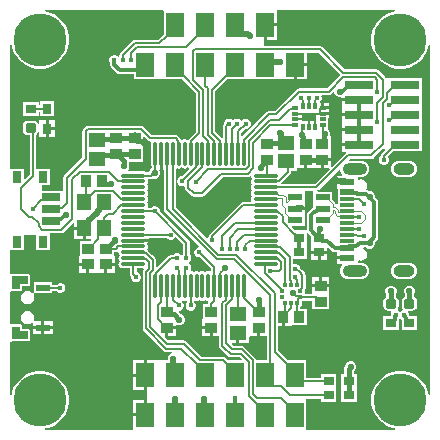
<source format=gtl>
G04*
G04 #@! TF.GenerationSoftware,Altium Limited,Altium Designer,25.6.2 (33)*
G04*
G04 Layer_Physical_Order=1*
G04 Layer_Color=255*
%FSLAX44Y44*%
%MOMM*%
G71*
G04*
G04 #@! TF.SameCoordinates,86BBD976-67B5-41F1-AD37-A89888A357BC*
G04*
G04*
G04 #@! TF.FilePolarity,Positive*
G04*
G01*
G75*
%ADD10C,0.1000*%
%ADD15C,0.1500*%
%ADD19R,2.4000X0.7600*%
%ADD20R,0.6000X0.3000*%
%ADD21R,0.3000X0.6000*%
%ADD22R,1.5000X2.0000*%
%ADD23R,1.0000X0.9000*%
%ADD24R,0.9000X0.8000*%
G04:AMPARAMS|DCode=25|XSize=0.38mm|YSize=0.35mm|CornerRadius=0.0158mm|HoleSize=0mm|Usage=FLASHONLY|Rotation=270.000|XOffset=0mm|YOffset=0mm|HoleType=Round|Shape=RoundedRectangle|*
%AMROUNDEDRECTD25*
21,1,0.3800,0.3185,0,0,270.0*
21,1,0.3485,0.3500,0,0,270.0*
1,1,0.0315,-0.1593,-0.1743*
1,1,0.0315,-0.1593,0.1743*
1,1,0.0315,0.1593,0.1743*
1,1,0.0315,0.1593,-0.1743*
%
%ADD25ROUNDEDRECTD25*%
%ADD26R,1.2000X0.6000*%
%ADD27R,1.4000X1.3000*%
%ADD28R,0.9000X1.0000*%
%ADD29O,0.3000X2.1000*%
%ADD30O,2.1000X0.3000*%
%ADD31R,1.2000X1.4000*%
%ADD32R,0.8000X0.9000*%
%ADD33R,1.2000X0.6000*%
%ADD34R,1.5000X0.7000*%
G04:AMPARAMS|DCode=35|XSize=0.8mm|YSize=0.9mm|CornerRadius=0.2mm|HoleSize=0mm|Usage=FLASHONLY|Rotation=270.000|XOffset=0mm|YOffset=0mm|HoleType=Round|Shape=RoundedRectangle|*
%AMROUNDEDRECTD35*
21,1,0.8000,0.5000,0,0,270.0*
21,1,0.4000,0.9000,0,0,270.0*
1,1,0.4000,-0.2500,-0.2000*
1,1,0.4000,-0.2500,0.2000*
1,1,0.4000,0.2500,0.2000*
1,1,0.4000,0.2500,-0.2000*
%
%ADD35ROUNDEDRECTD35*%
%ADD36R,0.9000X0.8000*%
%ADD37R,0.8000X1.0000*%
%ADD62R,1.2400X0.6000*%
%ADD63R,1.2400X0.3000*%
%ADD64C,0.4500*%
%ADD65C,0.5000*%
%ADD66C,0.3000*%
%ADD67C,0.3500*%
%ADD68C,0.4000*%
%ADD69C,0.0900*%
%ADD70R,1.3000X0.8000*%
%ADD71O,2.1000X1.0000*%
%ADD72O,1.8000X1.0000*%
%ADD73C,4.5000*%
%ADD74C,0.5500*%
%ADD75C,0.4500*%
G36*
X294900Y464497D02*
Y444865D01*
X289839Y439804D01*
X270000D01*
X268927Y439590D01*
X268017Y438983D01*
X258017Y428983D01*
X257410Y428073D01*
X257196Y427000D01*
Y426207D01*
X256500Y425510D01*
X255407Y426603D01*
X253845Y427250D01*
X252155D01*
X250593Y426603D01*
X249397Y425407D01*
X248750Y423845D01*
Y422155D01*
X249397Y420593D01*
X249431Y420558D01*
Y419000D01*
X249703Y417634D01*
X250477Y416477D01*
X255234Y411719D01*
X256392Y410946D01*
X257757Y410674D01*
X269500D01*
Y406462D01*
X310475D01*
X322022Y394915D01*
Y362308D01*
X315805Y356091D01*
X315197Y355181D01*
X314379Y355454D01*
X313866Y355797D01*
X312500Y356068D01*
X311134Y355797D01*
X310693Y355502D01*
X309804Y355360D01*
X309196Y356269D01*
X306733Y358732D01*
X305823Y359340D01*
X304750Y359554D01*
X284550D01*
X278122Y365983D01*
X277212Y366590D01*
X277191Y366594D01*
X276823Y366840D01*
X275750Y367054D01*
X253683D01*
X253682Y367054D01*
X230361D01*
X229288Y366840D01*
X228378Y366232D01*
X226767Y364621D01*
X226159Y363712D01*
X225946Y362639D01*
Y340478D01*
X210447Y324979D01*
X209839Y324069D01*
X209625Y322996D01*
Y312618D01*
X209001Y311977D01*
X192001D01*
Y316977D01*
X198501D01*
Y330977D01*
X186784D01*
Y359672D01*
X187614Y360227D01*
X188498Y361550D01*
X188580Y361963D01*
X189480Y361875D01*
Y357699D01*
X194750D01*
Y364739D01*
Y371779D01*
X189480D01*
Y368347D01*
X188580Y368258D01*
X188498Y368671D01*
X187614Y369994D01*
X186291Y370878D01*
X184730Y371189D01*
X179730D01*
X178169Y370878D01*
X176846Y369994D01*
X175962Y368671D01*
X175651Y367110D01*
Y363111D01*
X175962Y361550D01*
X176846Y360227D01*
X178169Y359343D01*
X179730Y359032D01*
X181176D01*
Y325549D01*
X177331Y321704D01*
X176499Y322048D01*
Y330977D01*
X165000D01*
Y435487D01*
X165900Y435576D01*
X166441Y432854D01*
X168288Y428395D01*
X170970Y424382D01*
X174382Y420970D01*
X178395Y418288D01*
X182854Y416441D01*
X187587Y415500D01*
X192413D01*
X197146Y416441D01*
X201605Y418288D01*
X205618Y420970D01*
X209030Y424382D01*
X211712Y428395D01*
X213559Y432854D01*
X214500Y437587D01*
Y442413D01*
X213559Y447146D01*
X211712Y451605D01*
X209030Y455618D01*
X205618Y459030D01*
X201605Y461712D01*
X197146Y463558D01*
X194424Y464100D01*
X194512Y465000D01*
X294208D01*
X294900Y464497D01*
D02*
G37*
G36*
X444728Y410307D02*
X433226Y398804D01*
X409159D01*
X408086Y398590D01*
X407176Y397983D01*
X388997Y379804D01*
X384000D01*
X382927Y379590D01*
X382017Y378983D01*
X361204Y358169D01*
X360304Y358542D01*
Y361268D01*
X363786Y364750D01*
X364845D01*
X366407Y365397D01*
X367603Y366593D01*
X368250Y368155D01*
Y369845D01*
X367603Y371407D01*
X366407Y372603D01*
X364845Y373250D01*
X363155D01*
X361593Y372603D01*
X360500Y371510D01*
X359407Y372603D01*
X357845Y373250D01*
X356155D01*
X354593Y372603D01*
X353500Y371510D01*
X352407Y372603D01*
X350845Y373250D01*
X349155D01*
X347593Y372603D01*
X346397Y371407D01*
X345750Y369845D01*
Y368836D01*
X345518Y368604D01*
X344910Y367694D01*
X344696Y366621D01*
Y356857D01*
X343796Y356484D01*
X338130Y362151D01*
Y395876D01*
X348716Y406462D01*
X404730D01*
Y419002D01*
X406000D01*
Y420272D01*
X416040D01*
Y429196D01*
X425839D01*
X444728Y410307D01*
D02*
G37*
G36*
X490576Y464100D02*
X487854Y463559D01*
X483395Y461712D01*
X479382Y459030D01*
X475970Y455618D01*
X473288Y451605D01*
X471441Y447146D01*
X470500Y442413D01*
Y437587D01*
X471441Y432854D01*
X473288Y428395D01*
X475970Y424382D01*
X479382Y420970D01*
X483395Y418288D01*
X487854Y416441D01*
X492587Y415500D01*
X497413D01*
X502146Y416441D01*
X506605Y418288D01*
X510618Y420970D01*
X514030Y424382D01*
X516712Y428395D01*
X518559Y432854D01*
X519100Y435576D01*
X520000Y435487D01*
Y139513D01*
X519100Y139424D01*
X518559Y142146D01*
X516712Y146605D01*
X514030Y150618D01*
X510618Y154030D01*
X506605Y156712D01*
X502146Y158559D01*
X497413Y159500D01*
X492587D01*
X487854Y158559D01*
X483395Y156712D01*
X479382Y154030D01*
X475970Y150618D01*
X473288Y146605D01*
X471441Y142146D01*
X470500Y137413D01*
Y132587D01*
X471441Y127854D01*
X473288Y123395D01*
X475970Y119382D01*
X479382Y115970D01*
X483395Y113288D01*
X487854Y111441D01*
X490576Y110900D01*
X490487Y110000D01*
X416194D01*
X415500Y110498D01*
Y112498D01*
Y136176D01*
X428000D01*
Y132980D01*
X441000D01*
Y144980D01*
X441000D01*
Y145020D01*
X441000D01*
Y157020D01*
X428000D01*
Y153824D01*
X415500D01*
Y168538D01*
X399925D01*
X391454Y177010D01*
Y197710D01*
X394630D01*
Y205250D01*
X397170D01*
Y197710D01*
X402940D01*
Y198250D01*
X415900D01*
Y212250D01*
X410454D01*
Y213822D01*
X410798Y214052D01*
X411275Y214766D01*
X411442Y215607D01*
Y218558D01*
X411892D01*
X412734Y218725D01*
X413439Y219196D01*
X420500D01*
Y211750D01*
X434500D01*
Y224710D01*
X435040D01*
Y230480D01*
X427500D01*
X419960D01*
Y224804D01*
X414811D01*
X414082Y225704D01*
X414092Y225757D01*
Y227477D01*
X414133Y227517D01*
X414741Y228427D01*
X414954Y229500D01*
Y241000D01*
X414741Y242073D01*
X414133Y242983D01*
X411920Y245196D01*
X411588Y245417D01*
X410500Y246505D01*
Y246845D01*
X409853Y248407D01*
X408658Y249603D01*
X407096Y250250D01*
X405405D01*
X404803Y250000D01*
X404054Y250500D01*
Y253999D01*
X415730D01*
Y265999D01*
X415730D01*
X415730Y266499D01*
X415730D01*
Y276566D01*
X416630Y276839D01*
X417206Y275975D01*
X419730Y273452D01*
Y266539D01*
X419190D01*
Y261269D01*
X426230D01*
X433270D01*
Y263466D01*
X434101Y263811D01*
X436936Y260976D01*
X438093Y260203D01*
X439459Y259931D01*
X441419D01*
Y256771D01*
X450159D01*
Y254231D01*
X441419D01*
Y249961D01*
X445362D01*
X445689Y249061D01*
X444745Y247830D01*
X444039Y246127D01*
X443799Y244300D01*
X444039Y242472D01*
X444745Y240770D01*
X445867Y239307D01*
X447329Y238185D01*
X449032Y237480D01*
X450859Y237239D01*
X461859D01*
X463686Y237480D01*
X465389Y238185D01*
X466852Y239307D01*
X467974Y240770D01*
X468679Y242472D01*
X468919Y244300D01*
X468679Y246127D01*
X467974Y247830D01*
X466852Y249292D01*
X465389Y250414D01*
X463686Y251119D01*
X461859Y251360D01*
X458899D01*
Y252677D01*
X459799Y253329D01*
X461358Y253019D01*
X463456Y253436D01*
X465234Y254624D01*
X466423Y256403D01*
X466840Y258501D01*
X466423Y260599D01*
X465234Y262377D01*
X463507Y263531D01*
X463497Y263598D01*
X463933Y264431D01*
X465851D01*
X466309Y263973D01*
X468055Y263250D01*
X469945D01*
X471691Y263973D01*
X473027Y265309D01*
X473750Y267055D01*
Y268380D01*
X475523Y270153D01*
X476297Y271311D01*
X476569Y272677D01*
Y302323D01*
X476297Y303689D01*
X475523Y304847D01*
X473750Y306620D01*
Y307945D01*
X473027Y309691D01*
X471691Y311027D01*
X469945Y311750D01*
X468813D01*
X468516Y312047D01*
X467358Y312820D01*
X466614Y312968D01*
X466200Y313968D01*
X466423Y314302D01*
X466840Y316400D01*
X466423Y318498D01*
X465234Y320277D01*
X463456Y321465D01*
X461358Y321883D01*
X459799Y321572D01*
X458899Y322224D01*
Y323640D01*
X461859D01*
X463686Y323881D01*
X465389Y324586D01*
X466852Y325708D01*
X467974Y327170D01*
X468679Y328873D01*
X468919Y330700D01*
X468679Y332528D01*
X467974Y334230D01*
X466852Y335693D01*
X465389Y336815D01*
X463686Y337520D01*
X461859Y337761D01*
X452100D01*
X451755Y338560D01*
X452267Y339196D01*
X470565D01*
X471638Y339410D01*
X472548Y340017D01*
X479933Y347403D01*
X481938D01*
X482282Y346571D01*
X479400Y343689D01*
X478792Y342779D01*
X478579Y341706D01*
Y341589D01*
X477397Y340407D01*
X476750Y338845D01*
Y337155D01*
X477397Y335593D01*
X478593Y334397D01*
X480155Y333750D01*
X481845D01*
X483407Y334397D01*
X484603Y335593D01*
X485250Y337155D01*
Y338845D01*
X484603Y340407D01*
X484326Y340684D01*
X489044Y345403D01*
X513079D01*
Y358103D01*
Y369703D01*
Y382403D01*
Y395103D01*
Y407803D01*
X482750D01*
X482483Y408203D01*
X476650Y414035D01*
X475741Y414643D01*
X474668Y414857D01*
X448109D01*
X428983Y433983D01*
X428073Y434590D01*
X427000Y434804D01*
X379330D01*
Y439957D01*
D01*
Y452497D01*
X380600D01*
Y453767D01*
X390640D01*
Y465000D01*
X490487D01*
X490576Y464100D01*
D02*
G37*
G36*
X439250Y395722D02*
Y395055D01*
X439973Y393309D01*
X441309Y391973D01*
X443055Y391250D01*
X444945D01*
X445539Y390853D01*
Y390573D01*
X460079D01*
Y388033D01*
X445539D01*
Y382963D01*
X445539D01*
Y382943D01*
X445539D01*
Y377873D01*
X460079D01*
Y375333D01*
X445539D01*
Y370263D01*
X445539D01*
Y370243D01*
X445539D01*
Y365173D01*
X460079D01*
Y362633D01*
X445539D01*
Y357563D01*
X445539D01*
Y357543D01*
X445539D01*
Y352473D01*
X460079D01*
Y349933D01*
X445539D01*
Y344863D01*
X448715D01*
X448995Y344048D01*
X448997Y343963D01*
X437371Y332337D01*
X436540Y332681D01*
Y336980D01*
X430270D01*
Y331210D01*
X435069D01*
X435414Y330379D01*
X422839Y317804D01*
X394792D01*
X394419Y318704D01*
X401983Y326267D01*
X402590Y327177D01*
X402804Y328250D01*
Y328500D01*
X407500D01*
Y331210D01*
X413730D01*
Y338250D01*
X416270D01*
Y331210D01*
X427730D01*
Y338250D01*
X429000D01*
Y339520D01*
X436540D01*
Y345290D01*
X436000D01*
Y358250D01*
X436000D01*
X435640Y358789D01*
X435750Y359055D01*
Y360945D01*
X435027Y362691D01*
X434524Y363194D01*
X434230Y364000D01*
X434230D01*
X434230Y364000D01*
Y373460D01*
X434770D01*
Y376230D01*
X429230D01*
Y378770D01*
X434770D01*
Y381230D01*
X429230D01*
Y382500D01*
X427960D01*
Y386540D01*
X426920D01*
X426695Y387222D01*
X426680Y387440D01*
X427832Y388593D01*
X428480Y390155D01*
Y391845D01*
X428230Y392448D01*
X428730Y393196D01*
X434387D01*
X435460Y393410D01*
X436370Y394017D01*
X438419Y396066D01*
X439250Y395722D01*
D02*
G37*
G36*
X316021Y331279D02*
X316383Y330368D01*
X310264Y324250D01*
X309655D01*
X308093Y323603D01*
X306897Y322407D01*
X306250Y320845D01*
Y319155D01*
X306897Y317593D01*
X308093Y316397D01*
X309655Y315750D01*
X311346D01*
X311948Y316000D01*
X312696Y315499D01*
Y314750D01*
X312910Y313677D01*
X313518Y312767D01*
X318267Y308017D01*
X319177Y307410D01*
X320250Y307196D01*
X326872D01*
X327946Y307410D01*
X328855Y308017D01*
X344784Y323946D01*
X365711D01*
X366784Y324160D01*
X367576Y324689D01*
X368034Y324607D01*
X368559Y324360D01*
X368703Y323634D01*
X369461Y322500D01*
X368703Y321365D01*
X368432Y320000D01*
X368703Y318634D01*
X369461Y317500D01*
X368703Y316366D01*
X368432Y315000D01*
X368703Y313634D01*
X369461Y312500D01*
X368703Y311366D01*
X368432Y310000D01*
X368703Y308634D01*
X369461Y307500D01*
X368703Y306366D01*
X368432Y305000D01*
X368703Y303634D01*
X368920Y303310D01*
X368496Y302517D01*
X361824D01*
X360751Y302303D01*
X359842Y301695D01*
X333755Y275609D01*
X333147Y274699D01*
X332934Y273626D01*
Y273506D01*
X332116Y272688D01*
X331866Y272086D01*
X330984Y271910D01*
X305304Y297590D01*
Y330803D01*
X305994Y331172D01*
X306204Y331189D01*
X307500Y330931D01*
X308866Y331203D01*
X310000Y331961D01*
X311134Y331203D01*
X312500Y330931D01*
X313866Y331203D01*
X315000Y331961D01*
X316021Y331279D01*
D02*
G37*
G36*
X281406Y354767D02*
X282316Y354160D01*
X283305Y353963D01*
X283411Y353915D01*
X284041Y353046D01*
X283932Y352500D01*
Y334500D01*
X284203Y333134D01*
X284446Y332771D01*
Y331084D01*
X284309Y331027D01*
X282973Y329691D01*
X282250Y327945D01*
Y327804D01*
X280104D01*
X279366Y328297D01*
X278000Y328569D01*
X264559D01*
X264186Y329469D01*
X265027Y330309D01*
X265750Y332055D01*
Y333945D01*
X265142Y335413D01*
Y336750D01*
X277000D01*
Y349710D01*
X277540D01*
Y357458D01*
X278372Y357802D01*
X281406Y354767D01*
D02*
G37*
G36*
X293770Y330633D02*
X293797Y330639D01*
X294697Y330109D01*
Y296479D01*
X294910Y295406D01*
X295518Y294496D01*
X324933Y265081D01*
X324588Y264250D01*
X324155D01*
X322593Y263603D01*
X321397Y262407D01*
X320750Y260845D01*
Y259155D01*
X321397Y257593D01*
X322593Y256397D01*
X324155Y255750D01*
X325285D01*
X334696Y246338D01*
Y244197D01*
X334006Y243828D01*
X333796Y243811D01*
X332500Y244069D01*
X331134Y243797D01*
X330000Y243039D01*
X328866Y243797D01*
X327500Y244069D01*
X326135Y243797D01*
X325000Y243039D01*
X323866Y243797D01*
X322500Y244069D01*
X321134Y243797D01*
X320000Y243039D01*
X318866Y243797D01*
X318211Y243927D01*
X318081Y244069D01*
X317746Y244937D01*
X318250Y246155D01*
Y247845D01*
X317603Y249407D01*
X316535Y250476D01*
X316462Y251000D01*
X316535Y251524D01*
X317603Y252593D01*
X318250Y254155D01*
Y255845D01*
X317603Y257407D01*
X316804Y258207D01*
Y268259D01*
X316590Y269332D01*
X315983Y270242D01*
X291250Y294974D01*
Y295845D01*
X290603Y297407D01*
X289407Y298603D01*
X287845Y299250D01*
X286155D01*
X284593Y298603D01*
X283794Y297804D01*
X281697D01*
X281328Y298494D01*
X281311Y298704D01*
X281569Y300000D01*
X281297Y301366D01*
X280539Y302500D01*
X281297Y303634D01*
X281569Y305000D01*
X281297Y306366D01*
X280539Y307500D01*
X281297Y308634D01*
X281569Y310000D01*
X281297Y311366D01*
X280539Y312500D01*
X281297Y313634D01*
X281569Y315000D01*
X281297Y316366D01*
X280539Y317500D01*
X281297Y318634D01*
X281569Y320000D01*
X281311Y321296D01*
X281327Y321506D01*
X281696Y322196D01*
X283918D01*
X284991Y322410D01*
X285251Y322583D01*
X286055Y322250D01*
X287945D01*
X289691Y322973D01*
X291027Y324309D01*
X291750Y326055D01*
Y327945D01*
X291027Y329691D01*
X290945Y329772D01*
X291230Y330306D01*
Y343500D01*
X293770D01*
Y330633D01*
D02*
G37*
G36*
X443931Y329693D02*
X444039Y328873D01*
X444745Y327170D01*
X445689Y325939D01*
X445362Y325039D01*
X441419D01*
Y320769D01*
X450159D01*
Y318229D01*
X441419D01*
Y313959D01*
X441959D01*
Y301249D01*
X441124Y300743D01*
X441059Y300744D01*
X440178Y300920D01*
Y301027D01*
X439988Y301982D01*
X439446Y302793D01*
X437230Y305009D01*
Y311476D01*
X424995D01*
X424907Y312376D01*
X425073Y312410D01*
X425983Y313018D01*
X442981Y330016D01*
X443931Y329693D01*
D02*
G37*
G36*
X421230Y311476D02*
Y301477D01*
Y297435D01*
X420414Y297273D01*
X419257Y296500D01*
X417206Y294449D01*
X416433Y293292D01*
X416161Y291926D01*
Y279220D01*
X415729Y278499D01*
X406283D01*
X403137Y281645D01*
X403481Y282476D01*
X414230D01*
Y291437D01*
X414770D01*
Y295706D01*
X406230D01*
Y298246D01*
X414770D01*
Y302516D01*
X414230D01*
Y311476D01*
X414665Y312196D01*
X420794D01*
X421230Y311476D01*
D02*
G37*
G36*
X311196Y267098D02*
Y258207D01*
X310524Y257535D01*
X310000Y257462D01*
X309476Y257535D01*
X308407Y258603D01*
X306845Y259250D01*
X305155D01*
X303593Y258603D01*
X302794Y257804D01*
X300990D01*
X299917Y257590D01*
X299007Y256983D01*
X289385Y247361D01*
X288554Y247705D01*
Y253210D01*
X288340Y254283D01*
X287733Y255193D01*
X285335Y257591D01*
X285233Y257743D01*
X281743Y261233D01*
X281097Y261664D01*
X280539Y262500D01*
X281297Y263635D01*
X281569Y265000D01*
X281297Y266366D01*
X280845Y267042D01*
X280913Y267087D01*
X281806Y268424D01*
X281867Y268730D01*
X269000D01*
Y271270D01*
X282024D01*
X282527Y271993D01*
X297185D01*
X298187Y270991D01*
X299749Y270344D01*
X301439D01*
X303001Y270991D01*
X304197Y272187D01*
X304447Y272789D01*
X305329Y272965D01*
X311196Y267098D01*
D02*
G37*
G36*
X218960Y284819D02*
Y281768D01*
X227500D01*
Y280499D01*
X228770D01*
Y270958D01*
X232997D01*
X233447Y270058D01*
X233215Y269750D01*
X223603D01*
Y256790D01*
X223063D01*
Y251020D01*
X230603D01*
Y249750D01*
X231873D01*
Y242710D01*
X238143D01*
Y242710D01*
X238241D01*
Y242710D01*
X244511D01*
Y249750D01*
X245781D01*
Y251020D01*
X253321D01*
Y256790D01*
X252781D01*
Y260446D01*
X253937D01*
X255010Y260659D01*
X255742Y261149D01*
X256290Y260898D01*
X256557Y260632D01*
X256432Y260000D01*
X256703Y258634D01*
X257461Y257500D01*
X256703Y256366D01*
X256432Y255000D01*
X256703Y253635D01*
X257461Y252500D01*
X256703Y251366D01*
X256432Y250000D01*
X256703Y248634D01*
X257477Y247477D01*
X258634Y246703D01*
X260000Y246431D01*
X266196D01*
Y241541D01*
X266410Y240468D01*
X266938Y239678D01*
X266932Y239663D01*
Y237973D01*
X267579Y236411D01*
X268775Y235215D01*
X270337Y234568D01*
X272027D01*
X273589Y235215D01*
X274785Y236411D01*
X275432Y237973D01*
Y239663D01*
X274785Y241225D01*
X273589Y242421D01*
X272027Y243068D01*
X271804D01*
Y246431D01*
X277234D01*
X277487Y246082D01*
X277660Y245531D01*
X277160Y244783D01*
X276947Y243710D01*
Y195607D01*
X277160Y194534D01*
X277768Y193624D01*
X294999Y176393D01*
X295909Y175786D01*
X296982Y175572D01*
X301688D01*
X301867Y174672D01*
X300309Y174027D01*
X298973Y172691D01*
X298250Y170945D01*
Y169055D01*
X297490Y168538D01*
X280270D01*
Y155998D01*
Y143458D01*
X280273D01*
Y135038D01*
X280270D01*
Y122498D01*
X279000D01*
Y121228D01*
X268960D01*
Y110000D01*
X194513D01*
X194424Y110900D01*
X197146Y111441D01*
X201605Y113288D01*
X205618Y115970D01*
X209030Y119382D01*
X211712Y123395D01*
X213559Y127854D01*
X214500Y132587D01*
Y137413D01*
X213559Y142146D01*
X211712Y146605D01*
X209030Y150618D01*
X205618Y154030D01*
X201605Y156712D01*
X197146Y158559D01*
X192413Y159500D01*
X187587D01*
X182854Y158559D01*
X178395Y156712D01*
X174382Y154030D01*
X170970Y150618D01*
X168288Y146605D01*
X166441Y142146D01*
X165900Y139424D01*
X165000Y139513D01*
Y184224D01*
X165276Y184455D01*
X165900Y184790D01*
X166500Y184671D01*
X179500D01*
X180281Y184826D01*
X180942Y185268D01*
X181384Y185930D01*
X181539Y186710D01*
Y193210D01*
X181384Y193990D01*
X180942Y194652D01*
X180281Y195094D01*
X179500Y195249D01*
X175039D01*
X175039Y197210D01*
X174884Y197990D01*
X174884Y197990D01*
X174884Y197990D01*
X174662Y198323D01*
X174442Y198652D01*
X174442Y198652D01*
X174442Y198652D01*
X174113Y198872D01*
X173780Y199094D01*
X173780Y199094D01*
X173780Y199094D01*
X173000Y199249D01*
X166500D01*
X165900Y199130D01*
X165276Y199465D01*
X165000Y199695D01*
Y226722D01*
X165276Y226953D01*
X165900Y227288D01*
X166500Y227169D01*
X173000Y227169D01*
X173781Y227324D01*
X174442Y227766D01*
X174442Y227766D01*
X174884Y228428D01*
X175039Y229208D01*
Y231169D01*
X179500D01*
X180281Y231324D01*
X180942Y231766D01*
X181384Y232428D01*
X181539Y233208D01*
Y239708D01*
X181384Y240488D01*
X180942Y241150D01*
X180281Y241592D01*
X179500Y241747D01*
X166500D01*
X165900Y241628D01*
X165276Y241963D01*
X165000Y242193D01*
Y261976D01*
X176499D01*
Y274791D01*
X186501D01*
Y261976D01*
X198501D01*
Y275976D01*
X199314Y276185D01*
X207989D01*
X209062Y276398D01*
X209972Y277006D01*
X218129Y285163D01*
X218960Y284819D01*
D02*
G37*
G36*
X179500Y233208D02*
X173000D01*
Y229208D01*
X166500Y229208D01*
Y239708D01*
X179500D01*
Y233208D01*
D02*
G37*
G36*
X326135Y219203D02*
X327500Y218932D01*
X328866Y219203D01*
X330000Y219961D01*
X331134Y219203D01*
X332238Y218984D01*
X332638Y218324D01*
X332699Y218053D01*
X332410Y217620D01*
X332196Y216547D01*
Y216250D01*
X328000D01*
Y203290D01*
X327460D01*
Y197520D01*
X335000D01*
Y196250D01*
X336270D01*
Y189210D01*
X341446D01*
Y181103D01*
X341660Y180030D01*
X342267Y179120D01*
X344120Y177267D01*
X344120Y177267D01*
X349370Y172017D01*
X350280Y171410D01*
X351353Y171196D01*
X358839D01*
X360665Y169370D01*
X360321Y168538D01*
X349427D01*
X347234Y170731D01*
X346325Y171339D01*
X345252Y171552D01*
X326889D01*
X313707Y184734D01*
X312798Y185341D01*
X311724Y185555D01*
X298718D01*
X295893Y188379D01*
X296230Y189191D01*
Y196250D01*
X297500D01*
Y197521D01*
X305040D01*
Y198111D01*
X305940Y198712D01*
X307055Y198250D01*
X308945D01*
X310691Y198973D01*
X312027Y200309D01*
X312750Y202055D01*
Y203945D01*
X312027Y205691D01*
X310691Y207027D01*
X309223Y207635D01*
X307008Y209850D01*
X307380Y210750D01*
X308345D01*
X309907Y211397D01*
X311103Y212593D01*
X311750Y214155D01*
Y215845D01*
X311103Y217407D01*
X310163Y218347D01*
X310164Y219254D01*
X310237Y219440D01*
X310523Y219612D01*
X311134Y219203D01*
X312500Y218932D01*
X313559Y219142D01*
X314415Y218603D01*
X314479Y217990D01*
X313897Y217407D01*
X313250Y215845D01*
Y214155D01*
X313897Y212593D01*
X315093Y211397D01*
X316655Y210750D01*
X318345D01*
X319907Y211397D01*
X321103Y212593D01*
X321750Y214155D01*
Y215845D01*
X321103Y217407D01*
X320521Y217989D01*
X320585Y218603D01*
X321441Y219142D01*
X322500Y218932D01*
X323866Y219203D01*
X325000Y219961D01*
X326135Y219203D01*
D02*
G37*
G36*
X173000Y193210D02*
X179500D01*
Y186710D01*
X166500D01*
Y197210D01*
X173000D01*
X173000Y193210D01*
D02*
G37*
G36*
X376270Y189210D02*
X382196D01*
Y168538D01*
X373154D01*
Y168600D01*
X372940Y169673D01*
X372333Y170582D01*
X362932Y179983D01*
X362023Y180590D01*
X360950Y180804D01*
X353912D01*
X352587Y182129D01*
X352932Y182960D01*
X356230D01*
Y192000D01*
X358770D01*
Y182960D01*
X367040D01*
Y188484D01*
X367460Y189210D01*
X373730D01*
Y196250D01*
X376270D01*
Y189210D01*
D02*
G37*
%LPC*%
G36*
X202020Y388238D02*
X190020D01*
Y384414D01*
X188730D01*
Y387610D01*
X175730D01*
Y375610D01*
X188730D01*
Y378806D01*
X190020D01*
Y375238D01*
X202020D01*
Y388238D01*
D02*
G37*
G36*
X202560Y371779D02*
X197290D01*
Y366009D01*
X202560D01*
Y371779D01*
D02*
G37*
G36*
Y363469D02*
X197290D01*
Y357699D01*
X202560D01*
Y363469D01*
D02*
G37*
G36*
X416040Y417732D02*
X407270D01*
Y406462D01*
X416040D01*
Y417732D01*
D02*
G37*
G36*
X390640Y451227D02*
X381870D01*
Y439957D01*
X390640D01*
Y451227D01*
D02*
G37*
G36*
X502160Y337761D02*
X494160D01*
X492332Y337520D01*
X490630Y336815D01*
X489167Y335693D01*
X488045Y334230D01*
X487340Y332528D01*
X487099Y330700D01*
X487340Y328873D01*
X488045Y327170D01*
X489167Y325708D01*
X490630Y324586D01*
X492332Y323881D01*
X494160Y323640D01*
X502160D01*
X503987Y323881D01*
X505690Y324586D01*
X507152Y325708D01*
X508274Y327170D01*
X508980Y328873D01*
X509220Y330700D01*
X508980Y332528D01*
X508274Y334230D01*
X507152Y335693D01*
X505690Y336815D01*
X503987Y337520D01*
X502160Y337761D01*
D02*
G37*
G36*
X433270Y258729D02*
X427500D01*
Y253459D01*
X433270D01*
Y258729D01*
D02*
G37*
G36*
X424960D02*
X419190D01*
Y253459D01*
X424960D01*
Y258729D01*
D02*
G37*
G36*
X502160Y251360D02*
X494160D01*
X492332Y251119D01*
X490630Y250414D01*
X489167Y249292D01*
X488045Y247830D01*
X487340Y246127D01*
X487099Y244300D01*
X487340Y242472D01*
X488045Y240770D01*
X489167Y239307D01*
X490630Y238185D01*
X492332Y237480D01*
X494160Y237239D01*
X502160D01*
X503987Y237480D01*
X505690Y238185D01*
X507152Y239307D01*
X508274Y240770D01*
X508980Y242472D01*
X509220Y244300D01*
X508980Y246127D01*
X508274Y247830D01*
X507152Y249292D01*
X505690Y250414D01*
X503987Y251119D01*
X502160Y251360D01*
D02*
G37*
G36*
X435040Y238790D02*
X428770D01*
Y233020D01*
X435040D01*
Y238790D01*
D02*
G37*
G36*
X426230D02*
X419960D01*
Y233020D01*
X426230D01*
Y238790D01*
D02*
G37*
G36*
X503715Y231750D02*
X501825D01*
X500079Y231027D01*
X498743Y229691D01*
X498020Y227945D01*
Y226055D01*
X498692Y224434D01*
Y222286D01*
X497386Y221414D01*
X496502Y220091D01*
X496192Y218530D01*
Y214530D01*
X496502Y212969D01*
X497054Y212143D01*
X497057Y211985D01*
X496708Y211099D01*
X495510Y210603D01*
X494459Y209552D01*
X493407Y210603D01*
X492877Y210823D01*
X492749Y211850D01*
X493498Y212969D01*
X493808Y214530D01*
Y218530D01*
X493498Y220091D01*
X492614Y221414D01*
X491308Y222286D01*
Y224434D01*
X491980Y226055D01*
Y227945D01*
X491257Y229691D01*
X489921Y231027D01*
X488175Y231750D01*
X486285D01*
X484539Y231027D01*
X483203Y229691D01*
X482480Y227945D01*
Y226055D01*
X483152Y224434D01*
Y222286D01*
X481846Y221414D01*
X480962Y220091D01*
X480652Y218530D01*
Y214530D01*
X480962Y212969D01*
X481846Y211646D01*
X483169Y210762D01*
X484730Y210452D01*
X487266D01*
X487610Y209620D01*
X487397Y209407D01*
X486750Y207845D01*
Y206270D01*
X486702Y206030D01*
X480730D01*
Y194030D01*
X493730D01*
Y202185D01*
X493798Y202530D01*
Y203788D01*
X494459Y204448D01*
X495510Y203397D01*
X496202Y203110D01*
Y202530D01*
X496270Y202185D01*
Y194030D01*
X509270D01*
Y206030D01*
X503082D01*
X503067Y206107D01*
X502294Y207264D01*
X502167Y207391D01*
Y207845D01*
X501520Y209407D01*
X501307Y209620D01*
X501652Y210452D01*
X505270D01*
X506831Y210762D01*
X508154Y211646D01*
X509038Y212969D01*
X509348Y214530D01*
Y218530D01*
X509038Y220091D01*
X508154Y221414D01*
X506848Y222286D01*
Y224434D01*
X507520Y226055D01*
Y227945D01*
X506797Y229691D01*
X505461Y231027D01*
X503715Y231750D01*
D02*
G37*
G36*
X453945Y167750D02*
X452055D01*
X450309Y167027D01*
X448973Y165691D01*
X448250Y163945D01*
Y163430D01*
X447732Y162655D01*
X447422Y161094D01*
X447422Y161094D01*
Y157020D01*
X445000D01*
Y145880D01*
X445000Y145020D01*
X445000D01*
Y144980D01*
X445000D01*
Y132980D01*
X458000D01*
Y144120D01*
X458000Y144980D01*
X458000D01*
Y145020D01*
X458000D01*
Y157020D01*
X455578D01*
Y158927D01*
X455691Y158973D01*
X457027Y160309D01*
X457750Y162055D01*
Y163945D01*
X457027Y165691D01*
X455691Y167027D01*
X453945Y167750D01*
D02*
G37*
G36*
X434770Y386540D02*
X430500D01*
Y383770D01*
X434770D01*
Y386540D01*
D02*
G37*
G36*
X226230Y279228D02*
X218960D01*
Y270958D01*
X226230D01*
Y279228D01*
D02*
G37*
G36*
X253321Y248480D02*
X247051D01*
Y242710D01*
X253321D01*
Y248480D01*
D02*
G37*
G36*
X229333D02*
X223063D01*
Y242710D01*
X229333D01*
Y248480D01*
D02*
G37*
G36*
X200500Y235207D02*
X184500D01*
Y225974D01*
X183600Y225701D01*
X183557Y225765D01*
X181696Y227009D01*
X179500Y227446D01*
X177304Y227009D01*
X175443Y225765D01*
X174199Y223904D01*
X173763Y221708D01*
X174199Y219513D01*
X175443Y217651D01*
X177304Y216408D01*
X179500Y215971D01*
X181696Y216408D01*
X183557Y217651D01*
X184801Y219513D01*
X185237Y221708D01*
X184801Y223904D01*
X184531Y224307D01*
X185012Y225207D01*
X200500D01*
Y226946D01*
X204044D01*
X204843Y226147D01*
X206405Y225500D01*
X208095D01*
X209657Y226147D01*
X210853Y227343D01*
X211500Y228905D01*
Y230595D01*
X210853Y232157D01*
X209657Y233353D01*
X208095Y234000D01*
X206405D01*
X204843Y233353D01*
X204044Y232554D01*
X200500D01*
Y235207D01*
D02*
G37*
G36*
X201040Y201747D02*
X193770D01*
Y197477D01*
X201040D01*
Y201747D01*
D02*
G37*
G36*
X179500Y210445D02*
X177304Y210009D01*
X175443Y208765D01*
X174199Y206903D01*
X173763Y204708D01*
X174199Y202512D01*
X175443Y200651D01*
X177304Y199407D01*
X179500Y198971D01*
X181696Y199407D01*
X183060Y200319D01*
X183960Y199838D01*
Y197477D01*
X191230D01*
Y201747D01*
X185217D01*
X184827Y202647D01*
X185237Y204708D01*
X184801Y206903D01*
X183557Y208765D01*
X181696Y210009D01*
X179500Y210445D01*
D02*
G37*
G36*
X201040Y194937D02*
X193770D01*
Y190667D01*
X201040D01*
Y194937D01*
D02*
G37*
G36*
X191230D02*
X183960D01*
Y190667D01*
X191230D01*
Y194937D01*
D02*
G37*
G36*
X277730Y168538D02*
X268960D01*
Y157268D01*
X277730D01*
Y168538D01*
D02*
G37*
G36*
Y154728D02*
X268960D01*
Y143458D01*
X277730D01*
Y154728D01*
D02*
G37*
G36*
Y135038D02*
X268960D01*
Y123768D01*
X277730D01*
Y135038D01*
D02*
G37*
G36*
X305040Y194981D02*
X298770D01*
Y189210D01*
X305040D01*
Y194981D01*
D02*
G37*
G36*
X333730Y194980D02*
X327460D01*
Y189210D01*
X333730D01*
Y194980D01*
D02*
G37*
%LPD*%
D10*
X450159Y285001D02*
X450408Y285250D01*
X461977D01*
X464759Y288032D01*
Y291967D01*
X461977Y294750D02*
X464759Y291967D01*
X450410Y294750D02*
X461977D01*
X450159Y295001D02*
X450410Y294750D01*
D15*
X416000Y374230D02*
X417750Y372479D01*
X420230Y377500D02*
X429230D01*
X406230Y372500D02*
X412688D01*
X415188Y375000D01*
X417730Y366000D02*
Y372459D01*
X412688Y377500D02*
X415188Y375000D01*
X417730D02*
X419480D01*
X406230Y377500D02*
X412688D01*
X426980Y378250D02*
Y381750D01*
X416000Y374230D02*
Y375000D01*
X422730Y366000D02*
Y371750D01*
X417730Y375000D02*
X420230Y377500D01*
X416000Y375000D02*
X416812D01*
X417271Y375459D01*
X426980Y378250D02*
X427730Y377500D01*
X419480Y375000D02*
X422730Y371750D01*
X427730Y377500D02*
X429230D01*
X427730Y382500D02*
X429230D01*
X426980Y381750D02*
X427730Y382500D01*
X409159Y396000D02*
X434387D01*
X446940Y408553D01*
X390159Y377000D02*
X409159Y396000D01*
X446940Y408553D02*
X473218D01*
X474668Y412053D02*
X480500Y406221D01*
X427000Y432000D02*
X446947Y412053D01*
X474668D01*
X321000Y432000D02*
X427000D01*
X319550Y430550D02*
X321000Y432000D01*
X319550Y406302D02*
Y430550D01*
X473218Y408553D02*
X475479Y406292D01*
X401750Y381750D02*
X405480D01*
X406230Y382500D01*
X392000Y372000D02*
X401750Y381750D01*
X384411Y372000D02*
X392000D01*
X384000Y377000D02*
X390159D01*
X370251Y352889D02*
X384861Y367500D01*
X406230D01*
X366750Y354339D02*
X384411Y372000D01*
X362500Y355500D02*
X384000Y377000D01*
X450159Y305001D02*
X459999D01*
X464000Y301000D01*
X283389Y356750D02*
X304750D01*
X275750Y364250D02*
X276000Y364000D01*
X253683Y364250D02*
X275750D01*
X276139Y364000D02*
X283389Y356750D01*
X276000Y364000D02*
X276139D01*
X228750Y362639D02*
X230361Y364250D01*
X253683D01*
X253683Y364250D01*
X228750Y339317D02*
Y362639D01*
X212429Y322996D02*
X228750Y339317D01*
X406250Y238188D02*
Y239000D01*
X407573Y232727D02*
X407650Y232650D01*
X406250Y238188D02*
X407573Y236865D01*
Y232727D02*
Y236865D01*
X346583Y246276D02*
Y246682D01*
X402650Y212500D02*
Y217350D01*
X397650Y207001D02*
Y217350D01*
X397400Y207251D02*
X402650Y212500D01*
X342788Y242481D02*
X346583Y246276D01*
X342788Y231787D02*
Y242481D01*
X342500Y231500D02*
X342788Y231787D01*
X292500Y218139D02*
Y231500D01*
X297000Y196250D02*
X297500D01*
X289750Y203500D02*
Y215389D01*
Y203500D02*
X297000Y196250D01*
X289750Y215389D02*
X292500Y218139D01*
X260000Y423000D02*
Y427000D01*
X270000Y437000D02*
X291000D01*
X260000Y427000D02*
X270000Y437000D01*
X297650Y443247D02*
X304400Y449997D01*
X291000Y437000D02*
X297247Y443247D01*
X304400Y449997D02*
Y452497D01*
X297247Y443247D02*
X297650D01*
X267000Y428391D02*
X272109Y433500D01*
X313303D02*
X322300Y442497D01*
X267000Y423000D02*
Y428391D01*
X272109Y433500D02*
X313303D01*
X315500Y314750D02*
Y320571D01*
Y314750D02*
X320250Y310000D01*
X326872D01*
X322213Y343213D02*
X322500Y343500D01*
X321745Y319745D02*
X332250Y330250D01*
X327213Y332284D02*
Y343213D01*
X310500Y320000D02*
Y320521D01*
X322213Y332234D02*
Y343213D01*
X326872Y310000D02*
X343622Y326750D01*
X365711D01*
X310500Y320521D02*
X322213Y332234D01*
X315500Y320571D02*
X327213Y332284D01*
Y343213D02*
X327500Y343500D01*
X332250Y330250D02*
X364261D01*
X340929Y258000D02*
X355961D01*
X387350Y146748D02*
X393861D01*
X302500Y296429D02*
Y343500D01*
X381100Y152998D02*
X385000Y156898D01*
Y224011D01*
X335719Y270281D02*
X335738Y270300D01*
X380600Y153498D02*
X381100Y152998D01*
X335738Y270300D02*
Y273626D01*
X302500Y296429D02*
X340929Y258000D01*
X380600Y153498D02*
X387350Y146748D01*
X339479Y254500D02*
X354511D01*
X335738Y273626D02*
X361824Y299713D01*
X297500Y296479D02*
Y343500D01*
Y296479D02*
X339479Y254500D01*
X356200Y124250D02*
X361950Y130000D01*
X245781Y263250D02*
X253937D01*
X424000Y315000D02*
X451000Y342000D01*
X381000Y315000D02*
X424000D01*
X451000Y342000D02*
X470565D01*
X244500Y280499D02*
Y289500D01*
X247750Y292750D02*
X251639D01*
X244500Y289500D02*
X247750Y292750D01*
X239250Y275249D02*
X244500Y280499D01*
X297556Y182751D02*
X311724D01*
X325727Y168748D02*
X345252D01*
X311724Y182751D02*
X325727Y168748D01*
X345252D02*
X348450Y165550D01*
X323050Y165248D02*
X329800Y158498D01*
X309624Y178376D02*
X322752Y165248D01*
X296982Y178376D02*
X309624D01*
X322752Y165248D02*
X323050D01*
X406000Y155998D02*
X410978Y151020D01*
X434500D01*
X380600Y153498D02*
Y155998D01*
X393861Y146748D02*
X401629Y138980D01*
X434500D01*
X406000Y155998D02*
Y158498D01*
X388650Y175849D02*
X406000Y158498D01*
X388650Y175849D02*
Y211389D01*
X196922Y303898D02*
X199501Y306477D01*
X190898Y303898D02*
X196922D01*
X184000Y297000D02*
X190898Y303898D01*
X183408Y290000D02*
X188877Y284531D01*
Y282211D02*
Y284531D01*
X180929Y290000D02*
X183408D01*
X174123Y296806D02*
Y314531D01*
X183980Y324388D01*
Y363360D01*
X188877Y282211D02*
X192100Y278989D01*
X174123Y296806D02*
X180929Y290000D01*
X192100Y278989D02*
X207989D01*
X182230Y365111D02*
X183980Y363360D01*
X355961Y258000D02*
X388650Y225311D01*
X354511Y254500D02*
X385000Y224011D01*
X337500Y231500D02*
Y247500D01*
X325000Y260000D02*
X337500Y247500D01*
X217435Y288435D02*
Y321969D01*
X207989Y278989D02*
X217435Y288435D01*
Y321969D02*
X223611Y328145D01*
X279750Y195607D02*
X296982Y178376D01*
X348450Y162748D02*
X355200Y155998D01*
X348450Y162748D02*
Y165550D01*
X283250Y197057D02*
X297556Y182751D01*
X279750Y195607D02*
Y243710D01*
X329800Y155998D02*
Y158498D01*
X388650Y211389D02*
X388650Y211390D01*
Y225311D01*
X269000Y255000D02*
X278406D01*
X279156Y254250D01*
X279760D01*
X282250Y251760D01*
Y246210D02*
Y251760D01*
X279750Y243710D02*
X282250Y246210D01*
X360950Y178000D02*
X370350Y168600D01*
X347750Y183001D02*
X352751Y178000D01*
X360950D01*
X360000Y174000D02*
X366850Y167150D01*
X346103Y179250D02*
X351353Y174000D01*
X360000D01*
X347750Y183001D02*
Y215639D01*
X346103Y179250D02*
X346103D01*
X366850Y138748D02*
Y167150D01*
X370350Y140197D02*
Y168600D01*
X304750Y356750D02*
X307213Y354287D01*
Y343787D02*
Y354287D01*
Y343787D02*
X307500Y343500D01*
X317787Y343787D02*
Y354108D01*
X324826Y361146D02*
Y396076D01*
X317787Y354108D02*
X324826Y361146D01*
X317500Y343500D02*
X317787Y343787D01*
X311150Y409752D02*
X324826Y396076D01*
X304400Y416502D02*
X311150Y409752D01*
X329800Y401002D02*
X331826Y398976D01*
X328326Y358090D02*
Y397526D01*
X329800Y401002D02*
Y419002D01*
X331826Y359540D02*
Y398976D01*
X311150Y409752D02*
X311150D01*
X319550Y406302D02*
X328326Y397526D01*
X304400Y416502D02*
Y419002D01*
X348450Y409752D02*
X355200Y416502D01*
X335326Y397037D02*
X348041Y409752D01*
X335326Y360990D02*
Y397037D01*
X348041Y409752D02*
X348450D01*
X355200Y416502D02*
Y419002D01*
X287259Y295000D02*
X314000Y268259D01*
Y255000D02*
Y268259D01*
X362500Y343500D02*
Y355500D01*
X370251Y331290D02*
Y352889D01*
X366750Y332739D02*
Y354339D01*
X411230Y390236D02*
Y391000D01*
Y390236D02*
X412730Y388736D01*
Y384000D02*
Y388736D01*
X417730Y384000D02*
Y391000D01*
X424230Y390235D02*
Y391000D01*
X422730Y388736D02*
X424230Y390235D01*
X422730Y384000D02*
Y388736D01*
X431000Y360000D02*
Y361082D01*
X429230Y362853D02*
X431000Y361082D01*
X429230Y362853D02*
Y367500D01*
X411501Y359000D02*
X412115Y359615D01*
Y365385D01*
X412730Y366000D01*
X347500Y343500D02*
Y366621D01*
X349879Y369000D01*
X350000D01*
X331826Y359540D02*
X337213Y354153D01*
X335326Y360990D02*
X342214Y354102D01*
X328326Y358090D02*
X332213Y354203D01*
X342214Y343787D02*
Y354102D01*
Y343787D02*
X342500Y343500D01*
X357500Y362429D02*
X364000Y368929D01*
Y369000D01*
X357000Y368929D02*
Y369000D01*
X352500Y364430D02*
X357000Y368929D01*
X352500Y343500D02*
Y364430D01*
X357500Y343500D02*
Y362429D01*
X364261Y330250D02*
X366750Y332739D01*
X365711Y326750D02*
X370251Y331290D01*
X480500Y391400D02*
Y406221D01*
X475479Y395653D02*
Y406292D01*
X480479Y386429D02*
X484000Y389950D01*
X485916Y384340D02*
X490879Y389303D01*
X480479Y351914D02*
Y386429D01*
X485479Y384340D02*
X485916D01*
X470565Y342000D02*
X480479Y351914D01*
X486018Y371742D02*
X490879Y376603D01*
X485757Y371742D02*
X486018D01*
X475479Y370253D02*
Y386379D01*
X484000Y389950D02*
Y395124D01*
X475479Y386379D02*
X480500Y391400D01*
X484000Y395124D02*
X490879Y402003D01*
X458939Y274000D02*
X464000D01*
X457938Y275001D02*
X458939Y274000D01*
X450159Y275001D02*
X457938D01*
X460009Y280000D02*
X460009Y280000D01*
X450160Y280000D02*
X460009D01*
X450159Y290000D02*
X450160Y290000D01*
X460009D01*
X450159Y280000D02*
X450160Y280000D01*
X385135Y244250D02*
X392501D01*
X394250Y245999D01*
Y251760D01*
X397650Y232650D02*
X397750Y232750D01*
X392230Y259713D02*
X397750Y254193D01*
Y232750D02*
Y254193D01*
X391297Y254713D02*
X394250Y251760D01*
X381287Y254713D02*
X391297D01*
X381000Y255000D02*
X381287Y254713D01*
X392868Y264713D02*
X401250Y256331D01*
Y236679D02*
Y256331D01*
Y236679D02*
X402150Y235779D01*
X381287Y259713D02*
X392230D01*
X381000Y260000D02*
X381287Y259713D01*
X402150Y233150D02*
Y235779D01*
Y233150D02*
X402650Y232650D01*
X412150Y229500D02*
Y241000D01*
X410300Y227650D02*
X412150Y229500D01*
X409937Y243213D02*
X412150Y241000D01*
X409827Y243213D02*
X409937D01*
X406250Y246000D02*
X407040D01*
X409827Y243213D01*
X394000Y228650D02*
X395000Y227650D01*
X393664Y228650D02*
X394000D01*
X386899Y235414D02*
X393664Y228650D01*
X386899Y235414D02*
Y235414D01*
X395000Y227500D02*
Y227650D01*
X380135Y249307D02*
X380828Y250000D01*
X381000D01*
X380135Y242179D02*
X386899Y235414D01*
X380135Y242179D02*
Y249307D01*
X269203Y274797D02*
X300391D01*
X269000Y275000D02*
X269203Y274797D01*
X287000Y295000D02*
X287259D01*
X300391Y274797D02*
X300594Y274594D01*
X312500Y231500D02*
Y244688D01*
X314000Y246188D01*
Y247000D01*
X288250Y242260D02*
X300990Y255000D01*
X306000D01*
Y246188D02*
Y247000D01*
Y246188D02*
X307500Y244688D01*
Y231500D02*
Y244688D01*
Y231500D02*
X307500Y231500D01*
X363500Y263000D02*
X363932Y263432D01*
Y265932D02*
X368000Y270000D01*
X381000D01*
X363932Y263432D02*
Y265932D01*
X361824Y299713D02*
X380713D01*
X344000Y274076D02*
X354925Y285000D01*
X344000Y263000D02*
Y274076D01*
X354925Y285000D02*
X381000D01*
X357000Y263000D02*
Y269000D01*
X363000Y275000D01*
X350500Y272500D02*
X358000Y280000D01*
X350500Y263000D02*
Y272500D01*
X269000Y295000D02*
X287000D01*
X192957Y229750D02*
X207250D01*
X192500Y230207D02*
X192957Y229750D01*
X248389Y328145D02*
X256250Y320284D01*
X366850Y138748D02*
X380600Y124998D01*
X373994Y136553D02*
X394444D01*
X370350Y140197D02*
X373994Y136553D01*
X302787Y219713D02*
X307500Y215000D01*
X302787Y219713D02*
Y231213D01*
X362788Y221463D02*
X374500Y209750D01*
X362500Y231500D02*
X362788Y231213D01*
Y221463D02*
Y231213D01*
X403800Y225958D02*
X406909Y222850D01*
X409950D01*
X410300Y222500D01*
X408550Y218250D02*
Y221556D01*
X408944D02*
X409844D01*
X407650Y217350D02*
X408550Y218250D01*
X269000Y241541D02*
Y250000D01*
Y241541D02*
X271182Y239359D01*
Y238818D02*
Y239359D01*
X285918Y327000D02*
X287000D01*
X283918Y325000D02*
X285918Y327000D01*
X269000Y325000D02*
X283918D01*
X287000Y327000D02*
X287250Y327250D01*
Y343250D01*
X287500Y343500D01*
X208372Y297431D02*
X212429Y301488D01*
X199501Y296477D02*
X200455Y297431D01*
X208372D01*
X358000Y280000D02*
X381000D01*
X380713Y299713D02*
X381000Y300000D01*
X363000Y275000D02*
X381000D01*
X381287Y264713D02*
X392868D01*
X317500Y215000D02*
Y231500D01*
X317500Y215000D02*
X317500Y215000D01*
Y231500D02*
X317500Y231500D01*
X490879Y389303D02*
X499079D01*
X490879Y376603D02*
X499079D01*
X490879Y402003D02*
X499079D01*
X490879Y351203D02*
X499079D01*
X481383Y341706D02*
X490879Y351203D01*
X481383Y338383D02*
Y341706D01*
X481000Y338000D02*
X481383Y338383D01*
X410300Y227500D02*
Y227650D01*
X407650Y207000D02*
X409400Y205250D01*
X407650Y207000D02*
Y217200D01*
X410800Y222000D02*
X423750D01*
X410300Y222500D02*
X410800Y222000D01*
X423750D02*
X427500Y218250D01*
X322300Y442497D02*
X322300D01*
X329800Y449997D01*
Y452497D01*
X283250Y197057D02*
Y242260D01*
X380600Y122498D02*
Y124998D01*
X332213Y343787D02*
Y354203D01*
Y343787D02*
X332500Y343500D01*
X337213Y343787D02*
Y354153D01*
Y343787D02*
X337500Y343500D01*
X288250Y241656D02*
Y242260D01*
X287500Y240906D02*
X288250Y241656D01*
X287500Y231500D02*
Y240906D01*
X344250Y181103D02*
X346103Y179250D01*
X344250Y181103D02*
Y217089D01*
X394444Y136553D02*
X406000Y124998D01*
X347750Y215639D02*
X352214Y220103D01*
X337213Y231213D02*
X337500Y231500D01*
X337213Y218760D02*
Y231213D01*
X335000Y216547D02*
X337213Y218760D01*
X335000Y209750D02*
Y216547D01*
X344250Y217089D02*
X347213Y220052D01*
Y231213D01*
X347500Y231500D01*
X352214Y231213D02*
X352500Y231500D01*
X352214Y220103D02*
Y231213D01*
X406000Y122498D02*
Y124998D01*
X357500Y208000D02*
Y231500D01*
X357500Y208000D02*
X357500Y208000D01*
X253937Y263250D02*
X255688Y265000D01*
X269000D01*
X382500Y325693D02*
Y338250D01*
X381000Y325000D02*
X381807D01*
X382500Y325693D01*
X297500Y209750D02*
X297500Y209750D01*
Y231500D01*
X212429Y301488D02*
Y322996D01*
X223611Y328145D02*
X248389D01*
X269000Y295000D02*
X269000Y295000D01*
X258602Y299713D02*
X268713D01*
X251639Y292750D02*
X258602Y299713D01*
X283250Y242260D02*
X285750Y244760D01*
X283250Y255710D02*
Y255760D01*
Y255710D02*
X285750Y253210D01*
Y244760D02*
Y253210D01*
X279760Y259250D02*
X283250Y255760D01*
X279156Y259250D02*
X279760D01*
X278406Y260000D02*
X279156Y259250D01*
X269000Y260000D02*
X278406D01*
X258602Y305287D02*
X268713D01*
X269000Y305000D01*
X251639Y312250D02*
X258602Y305287D01*
X229250Y304250D02*
Y320395D01*
X227500Y303500D02*
X236250Y312250D01*
X268713Y299713D02*
X269000Y300000D01*
X227500Y302500D02*
Y303500D01*
X236250Y312250D02*
X251639D01*
X239250Y271398D02*
Y275249D01*
X231103Y263250D02*
X239250Y271398D01*
X230603Y263250D02*
X231103D01*
X256250Y320284D02*
X268716D01*
X269000Y320000D01*
X302500Y231500D02*
X302787Y231213D01*
X381000Y265000D02*
X381287Y264713D01*
X405980Y275749D02*
X409230Y272499D01*
X405068Y275749D02*
X405980D01*
X395426Y285391D02*
X405068Y275749D01*
X395426Y285391D02*
Y290585D01*
X391761Y294250D02*
X395426Y290585D01*
X391157Y294250D02*
X391761D01*
X390406Y295000D02*
X391157Y294250D01*
X381000Y295000D02*
X390406D01*
X195892Y381610D02*
X196020Y381738D01*
X182230Y381610D02*
X195892D01*
X381000Y320000D02*
X381287Y320287D01*
X392037D01*
X400000Y328250D01*
Y337000D01*
D19*
X460079Y389303D02*
D03*
Y376603D02*
D03*
Y363903D02*
D03*
Y351203D02*
D03*
X499079D02*
D03*
Y402003D02*
D03*
Y389303D02*
D03*
Y376603D02*
D03*
Y363903D02*
D03*
X460079Y402003D02*
D03*
D20*
X429230Y382500D02*
D03*
Y377500D02*
D03*
X406230D02*
D03*
Y372500D02*
D03*
X429230D02*
D03*
X406230Y367500D02*
D03*
Y382500D02*
D03*
X429230Y367500D02*
D03*
D21*
X422730Y366000D02*
D03*
X417730D02*
D03*
X422730Y384000D02*
D03*
X417730D02*
D03*
X412730D02*
D03*
Y366000D02*
D03*
D22*
X406000Y419002D02*
D03*
X380600Y452497D02*
D03*
X279000Y122498D02*
D03*
Y155998D02*
D03*
X329800Y122498D02*
D03*
X406000Y155998D02*
D03*
X380600D02*
D03*
X355200D02*
D03*
X329800D02*
D03*
X304400D02*
D03*
X355200Y452497D02*
D03*
X380600Y419002D02*
D03*
X304400Y122498D02*
D03*
X406000D02*
D03*
X380600D02*
D03*
X355200D02*
D03*
X329800Y452497D02*
D03*
X304400D02*
D03*
X355200Y419002D02*
D03*
X329800D02*
D03*
X304400D02*
D03*
X279000D02*
D03*
D23*
X429000Y338250D02*
D03*
X415000D02*
D03*
X427500Y231750D02*
D03*
X382500Y351750D02*
D03*
X375000Y196250D02*
D03*
X270000Y356750D02*
D03*
X254750D02*
D03*
X245781Y249750D02*
D03*
X230603D02*
D03*
X335000Y196250D02*
D03*
X297500Y196250D02*
D03*
X429000Y351750D02*
D03*
X415000D02*
D03*
X270000Y343250D02*
D03*
X254750D02*
D03*
X245781Y263250D02*
D03*
X382500Y338250D02*
D03*
X297500Y209750D02*
D03*
X230603Y263250D02*
D03*
X427500Y218250D02*
D03*
X375000Y209750D02*
D03*
X335000Y209750D02*
D03*
D24*
X426230Y259999D02*
D03*
X451500Y138980D02*
D03*
X434500D02*
D03*
X451500Y151020D02*
D03*
X434500D02*
D03*
X409230Y259999D02*
D03*
X426230Y272499D02*
D03*
X409230D02*
D03*
D25*
X407650Y232650D02*
D03*
X402650Y217350D02*
D03*
X397650D02*
D03*
X410300Y227500D02*
D03*
X402650Y232650D02*
D03*
X397650D02*
D03*
X395000Y227500D02*
D03*
Y222500D02*
D03*
X407650Y217350D02*
D03*
X410300Y222500D02*
D03*
D26*
X406230Y296976D02*
D03*
X429230Y287476D02*
D03*
Y306477D02*
D03*
X406230Y287476D02*
D03*
Y306477D02*
D03*
X429230Y296976D02*
D03*
D27*
X398500Y353000D02*
D03*
X357500Y192000D02*
D03*
X238500Y355000D02*
D03*
Y339000D02*
D03*
X357500Y208000D02*
D03*
X398500Y337000D02*
D03*
D28*
X395900Y205250D02*
D03*
X242750Y320395D02*
D03*
X229250D02*
D03*
X409400Y205250D02*
D03*
D29*
X292500Y343500D02*
D03*
X342500Y231500D02*
D03*
X292500D02*
D03*
X302500Y343500D02*
D03*
X297500D02*
D03*
X347500D02*
D03*
X327500D02*
D03*
X302500Y231500D02*
D03*
X312500D02*
D03*
X317500D02*
D03*
X307500D02*
D03*
X352500D02*
D03*
X347500D02*
D03*
X322500Y343500D02*
D03*
X352500D02*
D03*
X357500D02*
D03*
X312500D02*
D03*
X332500D02*
D03*
X362500D02*
D03*
X332500Y231500D02*
D03*
X327500D02*
D03*
X322500D02*
D03*
X287500D02*
D03*
X337500D02*
D03*
X307500Y343500D02*
D03*
X317500D02*
D03*
X337500D02*
D03*
X342500D02*
D03*
X362500Y231500D02*
D03*
X297500D02*
D03*
X287500Y343500D02*
D03*
X357500Y231500D02*
D03*
D30*
X269000Y270000D02*
D03*
Y255000D02*
D03*
Y260000D02*
D03*
X381000Y305000D02*
D03*
Y310000D02*
D03*
X269000Y320000D02*
D03*
X381000Y270000D02*
D03*
Y275000D02*
D03*
Y300000D02*
D03*
Y280000D02*
D03*
Y320000D02*
D03*
Y315000D02*
D03*
Y295000D02*
D03*
Y290000D02*
D03*
X269000Y250000D02*
D03*
Y280000D02*
D03*
Y285000D02*
D03*
Y290000D02*
D03*
Y310000D02*
D03*
Y315000D02*
D03*
Y295000D02*
D03*
X381000Y255000D02*
D03*
Y265000D02*
D03*
Y250000D02*
D03*
Y260000D02*
D03*
X269000Y305000D02*
D03*
Y300000D02*
D03*
X381000Y285000D02*
D03*
X269000Y275000D02*
D03*
Y265000D02*
D03*
Y325000D02*
D03*
X381000D02*
D03*
D31*
X244500Y302500D02*
D03*
X227500Y280499D02*
D03*
Y302500D02*
D03*
X244500Y280499D02*
D03*
D32*
X196020Y364739D02*
D03*
Y381738D02*
D03*
D33*
X192500Y196207D02*
D03*
Y230207D02*
D03*
D34*
X199501Y306477D02*
D03*
Y296477D02*
D03*
Y286477D02*
D03*
D35*
X502770Y216530D02*
D03*
X487230Y216530D02*
D03*
X182230Y365111D02*
D03*
D36*
X487230Y200030D02*
D03*
X182230Y381610D02*
D03*
X502770Y200030D02*
D03*
D37*
X170499Y268976D02*
D03*
Y323977D02*
D03*
X192501Y268976D02*
D03*
Y323977D02*
D03*
D62*
X450159Y319499D02*
D03*
Y255501D02*
D03*
Y311500D02*
D03*
Y263500D02*
D03*
D63*
Y289999D02*
D03*
Y269999D02*
D03*
Y275001D02*
D03*
Y279999D02*
D03*
Y299999D02*
D03*
Y295001D02*
D03*
Y285001D02*
D03*
Y305001D02*
D03*
D64*
X275230Y354500D02*
X279729Y350000D01*
X272250Y354500D02*
X275230D01*
X382500Y351750D02*
X383125Y352375D01*
X397375D01*
X398000Y353000D01*
X279729Y350000D02*
X280000D01*
X270000Y356750D02*
X272250Y354500D01*
X239375Y355875D02*
X253875D01*
X254750Y356750D01*
X238500Y355000D02*
X239375Y355875D01*
X254750Y356750D02*
X270000D01*
X415000Y338250D02*
X429000D01*
X244750Y318096D02*
X250154D01*
X253479Y270034D02*
X253750D01*
X253288Y269843D02*
X253479Y270034D01*
X245781Y263250D02*
X246281D01*
X252874Y269843D01*
X253288D01*
X411501Y358729D02*
X412250Y357980D01*
Y354000D02*
Y357980D01*
X412750Y354000D02*
X415000Y351750D01*
X411501Y358729D02*
Y359000D01*
X412250Y354000D02*
X412750D01*
X430809Y359809D02*
X431000Y360000D01*
X430809Y353559D02*
Y359809D01*
X429000Y351750D02*
X430809Y353559D01*
X241568Y342068D02*
X253568D01*
X238500Y339000D02*
X241568Y342068D01*
X253568D02*
X254750Y343250D01*
X255250D01*
X260809Y337691D01*
Y333191D02*
Y337691D01*
Y333191D02*
X261000Y333000D01*
X297500Y209750D02*
X299750Y207500D01*
X303229D01*
X307729Y203000D01*
X308000D01*
X375000Y209750D02*
Y220000D01*
X382000Y338250D02*
X382500D01*
X377191Y333441D02*
X382000Y338250D01*
X377191Y331191D02*
Y333441D01*
X377000Y331000D02*
X377191Y331191D01*
X257250Y343250D02*
X270000D01*
D65*
X303000Y153898D02*
Y170000D01*
X394000Y357000D02*
Y360664D01*
Y357000D02*
X398000Y353000D01*
X393333Y361331D02*
X394000Y360664D01*
X393333Y361331D02*
Y361466D01*
X250154Y318096D02*
X250250Y318000D01*
X241000Y298873D02*
X244500Y302373D01*
X237962Y293860D02*
X241000Y296898D01*
Y298873D01*
X237866Y293494D02*
Y293629D01*
X231000Y286628D02*
X237866Y293494D01*
X231000Y283999D02*
Y286628D01*
X227500Y280499D02*
X231000Y283999D01*
X329000Y123298D02*
Y136000D01*
Y123298D02*
X329800Y122498D01*
X303000Y153898D02*
X303559Y153340D01*
X366367Y444997D02*
X367865Y443500D01*
X368000D01*
X360200Y444997D02*
X366367D01*
X355200Y449997D02*
Y452497D01*
Y449997D02*
X360200Y444997D01*
X304000Y122898D02*
Y136000D01*
X382248Y420854D02*
X393570D01*
X380600Y422502D02*
X382248Y420854D01*
X261000Y333000D02*
Y333135D01*
D66*
X407729Y298476D02*
X412179D01*
X417963Y304963D02*
X418250Y305250D01*
X417963Y304260D02*
Y304963D01*
X406230Y296976D02*
X407729Y298476D01*
X448352Y320999D02*
X450006Y319346D01*
X440676Y322000D02*
X441678Y320999D01*
X448352D01*
X439000Y322000D02*
X440676D01*
X450159Y311500D02*
X451659Y310001D01*
X465993Y309523D02*
X468516Y307000D01*
X458509Y309523D02*
X465993D01*
X451659Y310001D02*
X458032D01*
X458509Y309523D01*
X468516Y307000D02*
X469000D01*
X270000Y356750D02*
X273250D01*
Y353999D02*
Y356750D01*
Y353999D02*
X273500Y353750D01*
X460079Y351203D02*
Y389303D01*
X460055Y351226D02*
X460079Y351203D01*
X270000Y356750D02*
Y359800D01*
X499770Y202530D02*
Y204741D01*
X497917Y206594D02*
Y207000D01*
X499770Y202530D02*
X502270Y200030D01*
X502770D01*
X497917Y206594D02*
X499770Y204741D01*
X491000Y206594D02*
Y207000D01*
X490230Y205824D02*
X491000Y206594D01*
X490230Y202530D02*
Y205824D01*
X487730Y200030D02*
X490230Y202530D01*
X487230Y200030D02*
X487730D01*
X355000Y124450D02*
Y137000D01*
X355200Y122498D02*
Y124250D01*
X355000Y124450D02*
X355200Y124250D01*
X426230Y272499D02*
X428730Y269999D01*
X432960D01*
X439459Y263500D01*
X450159D01*
X469000Y268000D02*
Y268676D01*
X473000Y272677D01*
Y302323D01*
X469000Y306324D02*
X473000Y302323D01*
X469000Y306324D02*
Y307000D01*
X451659Y264999D02*
X457809D01*
X460809Y268000D01*
X469000D01*
X257757Y414243D02*
X273000D01*
X253000Y419000D02*
Y423000D01*
Y419000D02*
X257757Y414243D01*
X279000Y420243D02*
Y422502D01*
X273000Y414243D02*
X279000Y420243D01*
X450159Y263500D02*
X451659Y264999D01*
X419730Y278499D02*
X425730Y272499D01*
X419730Y278499D02*
Y291926D01*
X421780Y293976D01*
X423230D01*
X426230Y296976D01*
X409230Y272499D02*
X409230Y272499D01*
Y259999D02*
Y272499D01*
D67*
X444383Y396383D02*
X446259D01*
X451879Y402003D01*
X444000Y396000D02*
X444383Y396383D01*
X208072Y288227D02*
X211394Y291549D01*
X211935D01*
X201251Y288227D02*
X208072D01*
X425730Y272499D02*
X426617Y273387D01*
Y279344D01*
X427000Y279726D01*
X451879Y402003D02*
X460079D01*
X199501Y286477D02*
X201251Y288227D01*
D68*
X502770Y216530D02*
Y227000D01*
X487230Y216530D02*
Y227000D01*
X453000Y162594D02*
Y163000D01*
X451500Y161094D02*
X453000Y162594D01*
X451500Y138980D02*
Y161094D01*
D69*
X432230Y287476D02*
X437680Y292926D01*
X441706Y291050D02*
X443882D01*
X442380Y294477D02*
X442907Y293950D01*
X442380Y294477D02*
Y296200D01*
X439480Y293276D02*
Y294999D01*
X437680Y298954D02*
Y301027D01*
Y292926D02*
Y294999D01*
X449109Y291049D02*
X450159Y289999D01*
X438952Y295527D02*
X439480Y294999D01*
Y293276D02*
X441706Y291050D01*
X438207Y298426D02*
X440154D01*
X442380Y296200D01*
X443882Y291050D02*
X443882Y291049D01*
X449109D01*
X442907Y293950D02*
X443652D01*
X432230Y306477D02*
X437680Y301027D01*
Y298954D02*
X438207Y298426D01*
Y295527D02*
X438952D01*
X437680Y294999D02*
X438207Y295527D01*
X450159Y279999D02*
X450159Y280000D01*
X450159Y289999D02*
X450159Y290000D01*
X403229Y306477D02*
X406230D01*
X399237Y302484D02*
X403229Y306477D01*
X398491Y302484D02*
X399237D01*
X397964Y303011D02*
Y306724D01*
Y303011D02*
X398491Y302484D01*
X395738Y308950D02*
X397964Y306724D01*
X391618Y308950D02*
X395738D01*
X381000Y310000D02*
X390569D01*
X391618Y308950D01*
X403229Y287476D02*
X406230D01*
X397780Y292926D02*
X403229Y287476D01*
X395064Y300210D02*
X397780Y297494D01*
X394537Y306050D02*
X395064Y305523D01*
X391618Y306050D02*
X394537D01*
X381000Y305000D02*
X390569D01*
X391618Y306050D01*
X397780Y292926D02*
Y297494D01*
X395064Y300210D02*
Y305523D01*
X449109Y293951D02*
X450159Y295001D01*
X443652Y293950D02*
X443653Y293951D01*
X429230Y306477D02*
X432230D01*
X443653Y293951D02*
X449109D01*
X429230Y287476D02*
X432230D01*
D70*
X417730Y375000D02*
D03*
D71*
X456359Y330700D02*
D03*
Y244300D02*
D03*
D72*
X498160Y330700D02*
D03*
Y244300D02*
D03*
D73*
X190000Y440000D02*
D03*
Y135000D02*
D03*
X495000D02*
D03*
Y440000D02*
D03*
D74*
X280000Y350000D02*
D03*
X206514Y272988D02*
D03*
X325384Y177251D02*
D03*
X393333Y361466D02*
D03*
X444000Y396000D02*
D03*
X257000Y370000D02*
D03*
X202000Y326000D02*
D03*
X480000Y240000D02*
D03*
Y160000D02*
D03*
X440000Y360000D02*
D03*
Y120000D02*
D03*
X400000Y400000D02*
D03*
X280000D02*
D03*
X240000D02*
D03*
Y200000D02*
D03*
Y160000D02*
D03*
Y120000D02*
D03*
X202000Y400000D02*
D03*
X439750Y177251D02*
D03*
X225000Y376000D02*
D03*
X440000Y322000D02*
D03*
X403000D02*
D03*
X374500Y177251D02*
D03*
X250250Y318000D02*
D03*
X315125Y300669D02*
D03*
X319500Y265000D02*
D03*
X291750D02*
D03*
X237866Y293629D02*
D03*
X346583Y246682D02*
D03*
X212000Y247000D02*
D03*
X329000Y136000D02*
D03*
X253750Y270034D02*
D03*
X303000Y170000D02*
D03*
X304000Y136000D02*
D03*
X453000Y163000D02*
D03*
X211935Y291549D02*
D03*
X368000Y443500D02*
D03*
X393570Y420854D02*
D03*
X431000Y360000D02*
D03*
X411501Y359000D02*
D03*
X469000Y307000D02*
D03*
Y268000D02*
D03*
X502770Y227000D02*
D03*
X487230D02*
D03*
X261000Y333000D02*
D03*
X287000Y327000D02*
D03*
X403800Y225958D02*
D03*
X427000Y279726D02*
D03*
X377000Y331000D02*
D03*
X308000Y203000D02*
D03*
X375000Y220000D02*
D03*
D75*
X416000Y375000D02*
D03*
X418250Y305250D02*
D03*
X406250Y239000D02*
D03*
X321745Y319745D02*
D03*
X335719Y270281D02*
D03*
X355000Y137000D02*
D03*
X184000Y297000D02*
D03*
X325000Y260000D02*
D03*
X411230Y391000D02*
D03*
X424230D02*
D03*
X417730D02*
D03*
X350000Y369000D02*
D03*
X364000D02*
D03*
X357000D02*
D03*
X497917Y207000D02*
D03*
X491000D02*
D03*
X485479Y384340D02*
D03*
X485757Y371742D02*
D03*
X475479Y395653D02*
D03*
Y370253D02*
D03*
X464000Y274000D02*
D03*
Y301000D02*
D03*
X460009Y290000D02*
D03*
X460009Y280000D02*
D03*
X406250Y246000D02*
D03*
X385135Y244250D02*
D03*
X300594Y274594D02*
D03*
X314000Y247000D02*
D03*
Y255000D02*
D03*
X306000D02*
D03*
Y247000D02*
D03*
X310500Y320000D02*
D03*
X363500Y263000D02*
D03*
X357000D02*
D03*
X350500D02*
D03*
X344000D02*
D03*
X287000Y295000D02*
D03*
X253000Y423000D02*
D03*
X267000D02*
D03*
X260000D02*
D03*
X207250Y229750D02*
D03*
X307500Y215000D02*
D03*
X271182Y238818D02*
D03*
X317500Y215000D02*
D03*
X481000Y338000D02*
D03*
M02*

</source>
